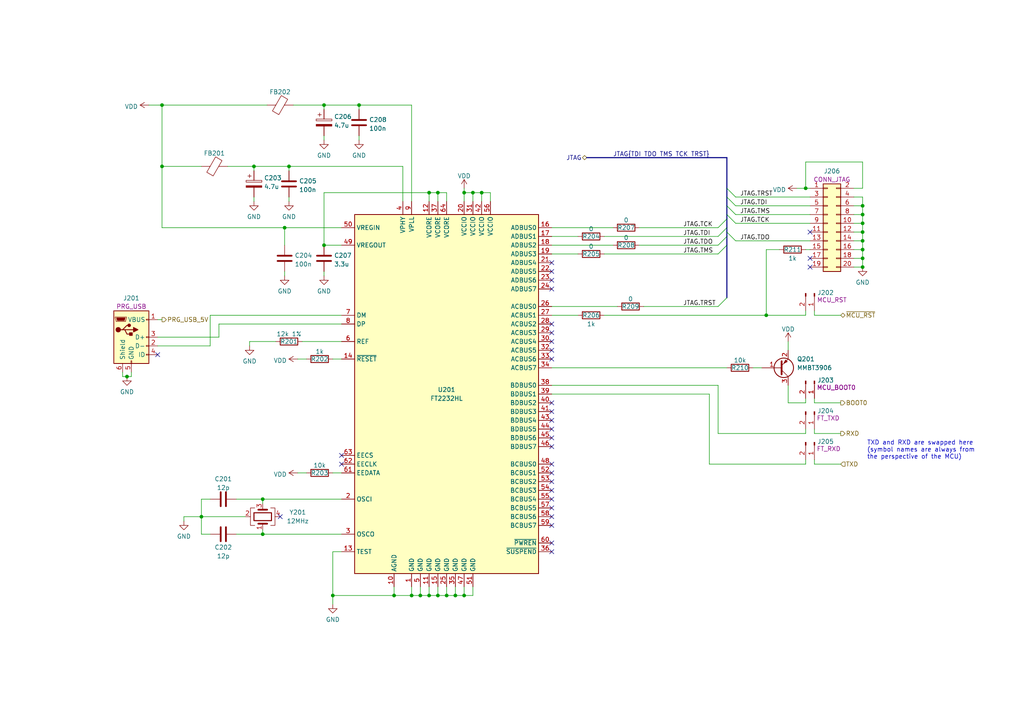
<source format=kicad_sch>
(kicad_sch (version 20211123) (generator eeschema)
  (paper "A4")
  (title_block (title "MARCO RAM Board") (rev "1") (comment 9 "Programming Interface"))
  (lib_symbols
    (symbol "Connector:Conn_01x02_Male" (pin_names (offset 1.016) hide)
      (property "Reference" "J" (at 0 2.54 0))
      (property "Value" "Conn_01x02_Male" (at 0 -5.08 0))
      (symbol "Conn_01x02_Male_1_1"
        (polyline (pts (xy 1.27 -2.54) (xy 0.8636 -2.54)) (stroke (width 0.1524)))
        (polyline (pts (xy 1.27 0) (xy 0.8636 0)) (stroke (width 0.1524)))
        (rectangle (start 0.8636 -2.413) (end 0 -2.667) (stroke (width 0.1524)) (fill (type outline)))
        (rectangle (start 0.8636 0.127) (end 0 -0.127) (stroke (width 0.1524)) (fill (type outline)))
        (pin passive line (at 5.08 0 180) (length 3.81) (name "Pin_1") (number "1"))
        (pin passive line (at 5.08 -2.54 180) (length 3.81) (name "Pin_2") (number "2"))
      )
    )
    (symbol "Connector:USB_B_Micro" (pin_names (offset 1.016))
      (property "Reference" "J" (at -5.08 11.43 0))
      (property "Value" "USB_B_Micro" (at -5.08 8.89 0))
      (symbol "USB_B_Micro_0_1"
        (rectangle (start -5.08 -7.62) (end 5.08 7.62) (stroke (width 0.254)) (fill (type background)))
        (circle (center -3.81 2.159) (radius 0.635) (stroke (width 0.254)) (fill (type outline)))
        (circle (center -0.635 3.429) (radius 0.381) (stroke (width 0.254)) (fill (type outline)))
        (rectangle (start -0.127 -7.62) (end 0.127 -6.858))
        (polyline (pts (xy -1.905 2.159) (xy 0.635 2.159)) (stroke (width 0.254)))
        (polyline (pts (xy -3.175 2.159) (xy -2.54 2.159) (xy -1.27 3.429) (xy -0.635 3.429)) (stroke (width 0.254)))
        (polyline (pts (xy -2.54 2.159) (xy -1.905 2.159) (xy -1.27 0.889) (xy 0 0.889)) (stroke (width 0.254)))
        (polyline (pts (xy 0.635 2.794) (xy 0.635 1.524) (xy 1.905 2.159) (xy 0.635 2.794)) (stroke (width 0.254)) (fill (type outline)))
        (polyline (pts (xy -4.318 5.588) (xy -1.778 5.588) (xy -2.032 4.826) (xy -4.064 4.826) (xy -4.318 5.588)) (fill (type outline)))
        (polyline (pts (xy -4.699 5.842) (xy -4.699 5.588) (xy -4.445 4.826) (xy -4.445 4.572) (xy -1.651 4.572) (xy -1.651 4.826) (xy -1.397 5.588) (xy -1.397 5.842) (xy -4.699 5.842)))
        (rectangle (start 0.254 1.27) (end -0.508 0.508) (stroke (width 0.254)) (fill (type outline)))
        (rectangle (start 5.08 -5.207) (end 4.318 -4.953))
        (rectangle (start 5.08 -2.667) (end 4.318 -2.413))
        (rectangle (start 5.08 -0.127) (end 4.318 0.127))
        (rectangle (start 5.08 4.953) (end 4.318 5.207))
      )
      (symbol "USB_B_Micro_1_1"
        (pin power_out line (at 7.62 5.08 180) (length 2.54) (name "VBUS") (number "1"))
        (pin bidirectional line (at 7.62 -2.54 180) (length 2.54) (name "D-") (number "2"))
        (pin bidirectional line (at 7.62 0 180) (length 2.54) (name "D+") (number "3"))
        (pin passive line (at 7.62 -5.08 180) (length 2.54) (name "ID") (number "4"))
        (pin power_out line (at 0 -10.16 90) (length 2.54) (name "GND") (number "5"))
        (pin passive line (at -2.54 -10.16 90) (length 2.54) (name "Shield") (number "6"))
      )
    )
    (symbol "Connector_Generic:Conn_02x10_Odd_Even" (pin_names (offset 1.016) hide)
      (property "Reference" "J" (at 1.27 12.7 0))
      (property "Value" "Conn_02x10_Odd_Even" (at 1.27 -15.24 0))
      (symbol "Conn_02x10_Odd_Even_1_1"
        (rectangle (start -1.27 -12.573) (end 0 -12.827) (stroke (width 0.1524)))
        (rectangle (start -1.27 -10.033) (end 0 -10.287) (stroke (width 0.1524)))
        (rectangle (start -1.27 -7.493) (end 0 -7.747) (stroke (width 0.1524)))
        (rectangle (start -1.27 -4.953) (end 0 -5.207) (stroke (width 0.1524)))
        (rectangle (start -1.27 -2.413) (end 0 -2.667) (stroke (width 0.1524)))
        (rectangle (start -1.27 0.127) (end 0 -0.127) (stroke (width 0.1524)))
        (rectangle (start -1.27 2.667) (end 0 2.413) (stroke (width 0.1524)))
        (rectangle (start -1.27 5.207) (end 0 4.953) (stroke (width 0.1524)))
        (rectangle (start -1.27 7.747) (end 0 7.493) (stroke (width 0.1524)))
        (rectangle (start -1.27 10.287) (end 0 10.033) (stroke (width 0.1524)))
        (rectangle (start -1.27 11.43) (end 3.81 -13.97) (stroke (width 0.254)) (fill (type background)))
        (rectangle (start 3.81 -12.573) (end 2.54 -12.827) (stroke (width 0.1524)))
        (rectangle (start 3.81 -10.033) (end 2.54 -10.287) (stroke (width 0.1524)))
        (rectangle (start 3.81 -7.493) (end 2.54 -7.747) (stroke (width 0.1524)))
        (rectangle (start 3.81 -4.953) (end 2.54 -5.207) (stroke (width 0.1524)))
        (rectangle (start 3.81 -2.413) (end 2.54 -2.667) (stroke (width 0.1524)))
        (rectangle (start 3.81 0.127) (end 2.54 -0.127) (stroke (width 0.1524)))
        (rectangle (start 3.81 2.667) (end 2.54 2.413) (stroke (width 0.1524)))
        (rectangle (start 3.81 5.207) (end 2.54 4.953) (stroke (width 0.1524)))
        (rectangle (start 3.81 7.747) (end 2.54 7.493) (stroke (width 0.1524)))
        (rectangle (start 3.81 10.287) (end 2.54 10.033) (stroke (width 0.1524)))
        (pin passive line (at -5.08 10.16 0) (length 3.81) (name "Pin_1") (number "1"))
        (pin passive line (at 7.62 0 180) (length 3.81) (name "Pin_10") (number "10"))
        (pin passive line (at -5.08 -2.54 0) (length 3.81) (name "Pin_11") (number "11"))
        (pin passive line (at 7.62 -2.54 180) (length 3.81) (name "Pin_12") (number "12"))
        (pin passive line (at -5.08 -5.08 0) (length 3.81) (name "Pin_13") (number "13"))
        (pin passive line (at 7.62 -5.08 180) (length 3.81) (name "Pin_14") (number "14"))
        (pin passive line (at -5.08 -7.62 0) (length 3.81) (name "Pin_15") (number "15"))
        (pin passive line (at 7.62 -7.62 180) (length 3.81) (name "Pin_16") (number "16"))
        (pin passive line (at -5.08 -10.16 0) (length 3.81) (name "Pin_17") (number "17"))
        (pin passive line (at 7.62 -10.16 180) (length 3.81) (name "Pin_18") (number "18"))
        (pin passive line (at -5.08 -12.7 0) (length 3.81) (name "Pin_19") (number "19"))
        (pin passive line (at 7.62 10.16 180) (length 3.81) (name "Pin_2") (number "2"))
        (pin passive line (at 7.62 -12.7 180) (length 3.81) (name "Pin_20") (number "20"))
        (pin passive line (at -5.08 7.62 0) (length 3.81) (name "Pin_3") (number "3"))
        (pin passive line (at 7.62 7.62 180) (length 3.81) (name "Pin_4") (number "4"))
        (pin passive line (at -5.08 5.08 0) (length 3.81) (name "Pin_5") (number "5"))
        (pin passive line (at 7.62 5.08 180) (length 3.81) (name "Pin_6") (number "6"))
        (pin passive line (at -5.08 2.54 0) (length 3.81) (name "Pin_7") (number "7"))
        (pin passive line (at 7.62 2.54 180) (length 3.81) (name "Pin_8") (number "8"))
        (pin passive line (at -5.08 0 0) (length 3.81) (name "Pin_9") (number "9"))
      )
    )
    (symbol "Device:C" (pin_numbers hide) (pin_names (offset 0.254))
      (property "Reference" "C" (at 0.635 2.54 0))
      (property "Value" "C" (at 0.635 -2.54 0))
      (symbol "C_0_1"
        (polyline (pts (xy -2.032 -0.762) (xy 2.032 -0.762)) (stroke (width 0.508)))
        (polyline (pts (xy -2.032 0.762) (xy 2.032 0.762)) (stroke (width 0.508)))
      )
      (symbol "C_1_1"
        (pin passive line (at 0 3.81 270) (length 2.794) (name "~") (number "1"))
        (pin passive line (at 0 -3.81 90) (length 2.794) (name "~") (number "2"))
      )
    )
    (symbol "Device:C_Polarized" (pin_numbers hide) (pin_names (offset 0.254))
      (property "Reference" "C" (at 0.635 2.54 0))
      (property "Value" "C_Polarized" (at 0.635 -2.54 0))
      (symbol "C_Polarized_0_1"
        (rectangle (start -2.286 0.508) (end 2.286 1.016))
        (polyline (pts (xy -1.778 2.286) (xy -0.762 2.286)))
        (polyline (pts (xy -1.27 2.794) (xy -1.27 1.778)))
        (rectangle (start 2.286 -0.508) (end -2.286 -1.016) (fill (type outline)))
      )
      (symbol "C_Polarized_1_1"
        (pin passive line (at 0 3.81 270) (length 2.794) (name "~") (number "1"))
        (pin passive line (at 0 -3.81 90) (length 2.794) (name "~") (number "2"))
      )
    )
    (symbol "Device:Crystal_GND24" (pin_names (offset 1.016) hide)
      (property "Reference" "Y" (at 3.175 5.08 0))
      (property "Value" "Crystal_GND24" (at 3.175 3.175 0))
      (symbol "Crystal_GND24_0_1"
        (rectangle (start -1.143 2.54) (end 1.143 -2.54) (stroke (width 0.3048)))
        (polyline (pts (xy -2.54 0) (xy -2.032 0)))
        (polyline (pts (xy -2.032 -1.27) (xy -2.032 1.27)) (stroke (width 0.508)))
        (polyline (pts (xy 0 -3.81) (xy 0 -3.556)))
        (polyline (pts (xy 0 3.556) (xy 0 3.81)))
        (polyline (pts (xy 2.032 -1.27) (xy 2.032 1.27)) (stroke (width 0.508)))
        (polyline (pts (xy 2.032 0) (xy 2.54 0)))
        (polyline (pts (xy -2.54 -2.286) (xy -2.54 -3.556) (xy 2.54 -3.556) (xy 2.54 -2.286)))
        (polyline (pts (xy -2.54 2.286) (xy -2.54 3.556) (xy 2.54 3.556) (xy 2.54 2.286)))
      )
      (symbol "Crystal_GND24_1_1"
        (pin passive line (at -3.81 0 0) (length 1.27) (name "1") (number "1"))
        (pin passive line (at 0 5.08 270) (length 1.27) (name "2") (number "2"))
        (pin passive line (at 3.81 0 180) (length 1.27) (name "3") (number "3"))
        (pin passive line (at 0 -5.08 90) (length 1.27) (name "4") (number "4"))
      )
    )
    (symbol "Device:FerriteBead" (pin_numbers hide) (pin_names (offset 0))
      (property "Reference" "FB" (at -3.81 0.635 90))
      (property "Value" "FerriteBead" (at 3.81 0 90))
      (symbol "FerriteBead_0_1"
        (polyline (pts (xy 0 -1.27) (xy 0 -1.2192)))
        (polyline (pts (xy 0 1.27) (xy 0 1.2954)))
        (polyline (pts (xy -2.7686 0.4064) (xy -1.7018 2.2606) (xy 2.7686 -0.3048) (xy 1.6764 -2.159) (xy -2.7686 0.4064)))
      )
      (symbol "FerriteBead_1_1"
        (pin passive line (at 0 3.81 270) (length 2.54) (name "~") (number "1"))
        (pin passive line (at 0 -3.81 90) (length 2.54) (name "~") (number "2"))
      )
    )
    (symbol "Device:R" (pin_numbers hide) (pin_names (offset 0))
      (property "Reference" "R" (at 2.032 0 90))
      (property "Value" "R" (at 0 0 90))
      (symbol "R_0_1"
        (rectangle (start -1.016 -2.54) (end 1.016 2.54) (stroke (width 0.254)))
      )
      (symbol "R_1_1"
        (pin passive line (at 0 3.81 270) (length 1.27) (name "~") (number "1"))
        (pin passive line (at 0 -3.81 90) (length 1.27) (name "~") (number "2"))
      )
    )
    (symbol "Interface_USB:FT2232HL"
      (property "Reference" "U" (at -26.67 53.34 0))
      (property "Value" "FT2232HL" (at 19.05 53.34 0))
      (symbol "FT2232HL_0_1"
        (rectangle (start -26.67 -52.07) (end 26.67 52.07) (stroke (width 0.254)) (fill (type background)))
      )
      (symbol "FT2232HL_1_1"
        (pin power_in line (at -10.16 -55.88 90) (length 3.81) (name "GND") (number "1"))
        (pin power_in line (at -15.24 -55.88 90) (length 3.81) (name "AGND") (number "10"))
        (pin power_in line (at -5.08 -55.88 90) (length 3.81) (name "GND") (number "11"))
        (pin power_in line (at -5.08 55.88 270) (length 3.81) (name "VCORE") (number "12"))
        (pin input line (at -30.48 -45.72 0) (length 3.81) (name "TEST") (number "13"))
        (pin input line (at -30.48 10.16 0) (length 3.81) (name "~{RESET}") (number "14"))
        (pin power_in line (at -2.54 -55.88 90) (length 3.81) (name "GND") (number "15"))
        (pin bidirectional line (at 30.48 48.26 180) (length 3.81) (name "ADBUS0") (number "16"))
        (pin bidirectional line (at 30.48 45.72 180) (length 3.81) (name "ADBUS1") (number "17"))
        (pin bidirectional line (at 30.48 43.18 180) (length 3.81) (name "ADBUS2") (number "18"))
        (pin bidirectional line (at 30.48 40.64 180) (length 3.81) (name "ADBUS3") (number "19"))
        (pin input line (at -30.48 -30.48 0) (length 3.81) (name "OSCI") (number "2"))
        (pin power_in line (at 5.08 55.88 270) (length 3.81) (name "VCCIO") (number "20"))
        (pin bidirectional line (at 30.48 38.1 180) (length 3.81) (name "ADBUS4") (number "21"))
        (pin bidirectional line (at 30.48 35.56 180) (length 3.81) (name "ADBUS5") (number "22"))
        (pin bidirectional line (at 30.48 33.02 180) (length 3.81) (name "ADBUS6") (number "23"))
        (pin bidirectional line (at 30.48 30.48 180) (length 3.81) (name "ADBUS7") (number "24"))
        (pin power_in line (at 0 -55.88 90) (length 3.81) (name "GND") (number "25"))
        (pin bidirectional line (at 30.48 25.4 180) (length 3.81) (name "ACBUS0") (number "26"))
        (pin bidirectional line (at 30.48 22.86 180) (length 3.81) (name "ACBUS1") (number "27"))
        (pin bidirectional line (at 30.48 20.32 180) (length 3.81) (name "ACBUS2") (number "28"))
        (pin bidirectional line (at 30.48 17.78 180) (length 3.81) (name "ACBUS3") (number "29"))
        (pin output line (at -30.48 -40.64 0) (length 3.81) (name "OSCO") (number "3"))
        (pin bidirectional line (at 30.48 15.24 180) (length 3.81) (name "ACBUS4") (number "30"))
        (pin power_in line (at 7.62 55.88 270) (length 3.81) (name "VCCIO") (number "31"))
        (pin bidirectional line (at 30.48 12.7 180) (length 3.81) (name "ACBUS5") (number "32"))
        (pin bidirectional line (at 30.48 10.16 180) (length 3.81) (name "ACBUS6") (number "33"))
        (pin bidirectional line (at 30.48 7.62 180) (length 3.81) (name "ACBUS7") (number "34"))
        (pin power_in line (at 2.54 -55.88 90) (length 3.81) (name "GND") (number "35"))
        (pin output line (at 30.48 -45.72 180) (length 3.81) (name "~{SUSPEND}") (number "36"))
        (pin power_in line (at -2.54 55.88 270) (length 3.81) (name "VCORE") (number "37"))
        (pin bidirectional line (at 30.48 2.54 180) (length 3.81) (name "BDBUS0") (number "38"))
        (pin bidirectional line (at 30.48 0 180) (length 3.81) (name "BDBUS1") (number "39"))
        (pin power_in line (at -12.7 55.88 270) (length 3.81) (name "VPHY") (number "4"))
        (pin bidirectional line (at 30.48 -2.54 180) (length 3.81) (name "BDBUS2") (number "40"))
        (pin bidirectional line (at 30.48 -5.08 180) (length 3.81) (name "BDBUS3") (number "41"))
        (pin power_in line (at 10.16 55.88 270) (length 3.81) (name "VCCIO") (number "42"))
        (pin bidirectional line (at 30.48 -7.62 180) (length 3.81) (name "BDBUS4") (number "43"))
        (pin bidirectional line (at 30.48 -10.16 180) (length 3.81) (name "BDBUS5") (number "44"))
        (pin bidirectional line (at 30.48 -12.7 180) (length 3.81) (name "BDBUS6") (number "45"))
        (pin bidirectional line (at 30.48 -15.24 180) (length 3.81) (name "BDBUS7") (number "46"))
        (pin power_in line (at 5.08 -55.88 90) (length 3.81) (name "GND") (number "47"))
        (pin bidirectional line (at 30.48 -20.32 180) (length 3.81) (name "BCBUS0") (number "48"))
        (pin power_out line (at -30.48 43.18 0) (length 3.81) (name "VREGOUT") (number "49"))
        (pin power_in line (at -7.62 -55.88 90) (length 3.81) (name "GND") (number "5"))
        (pin power_in line (at -30.48 48.26 0) (length 3.81) (name "VREGIN") (number "50"))
        (pin power_in line (at 7.62 -55.88 90) (length 3.81) (name "GND") (number "51"))
        (pin bidirectional line (at 30.48 -22.86 180) (length 3.81) (name "BCBUS1") (number "52"))
        (pin bidirectional line (at 30.48 -25.4 180) (length 3.81) (name "BCBUS2") (number "53"))
        (pin bidirectional line (at 30.48 -27.94 180) (length 3.81) (name "BCBUS3") (number "54"))
        (pin bidirectional line (at 30.48 -30.48 180) (length 3.81) (name "BCBUS4") (number "55"))
        (pin power_in line (at 12.7 55.88 270) (length 3.81) (name "VCCIO") (number "56"))
        (pin bidirectional line (at 30.48 -33.02 180) (length 3.81) (name "BCBUS5") (number "57"))
        (pin bidirectional line (at 30.48 -35.56 180) (length 3.81) (name "BCBUS6") (number "58"))
        (pin bidirectional line (at 30.48 -38.1 180) (length 3.81) (name "BCBUS7") (number "59"))
        (pin output line (at -30.48 15.24 0) (length 3.81) (name "REF") (number "6"))
        (pin output line (at 30.48 -43.18 180) (length 3.81) (name "~{PWREN}") (number "60"))
        (pin bidirectional line (at -30.48 -22.86 0) (length 3.81) (name "EEDATA") (number "61"))
        (pin output line (at -30.48 -20.32 0) (length 3.81) (name "EECLK") (number "62"))
        (pin output line (at -30.48 -17.78 0) (length 3.81) (name "EECS") (number "63"))
        (pin power_in line (at 0 55.88 270) (length 3.81) (name "VCORE") (number "64"))
        (pin bidirectional line (at -30.48 22.86 0) (length 3.81) (name "DM") (number "7"))
        (pin bidirectional line (at -30.48 20.32 0) (length 3.81) (name "DP") (number "8"))
        (pin input line (at -10.16 55.88 270) (length 3.81) (name "VPLL") (number "9"))
      )
    )
    (symbol "Transistor_BJT:MMBT3906" (pin_names (offset 0) hide)
      (property "Reference" "Q" (at 5.08 1.905 0))
      (property "Value" "MMBT3906" (at 5.08 0 0))
      (symbol "MMBT3906_0_1"
        (polyline (pts (xy 0.635 0.635) (xy 2.54 2.54)))
        (polyline (pts (xy 0.635 -0.635) (xy 2.54 -2.54) (xy 2.54 -2.54)))
        (polyline (pts (xy 0.635 1.905) (xy 0.635 -1.905) (xy 0.635 -1.905)) (stroke (width 0.508)))
        (polyline (pts (xy 2.286 -1.778) (xy 1.778 -2.286) (xy 1.27 -1.27) (xy 2.286 -1.778) (xy 2.286 -1.778)) (fill (type outline)))
        (circle (center 1.27 0) (radius 2.8194) (stroke (width 0.254)))
      )
      (symbol "MMBT3906_1_1"
        (pin input line (at -5.08 0 0) (length 5.715) (name "B") (number "1"))
        (pin passive line (at 2.54 -5.08 90) (length 2.54) (name "E") (number "2"))
        (pin passive line (at 2.54 5.08 270) (length 2.54) (name "C") (number "3"))
      )
    )
    (symbol "power:GND" (power) (pin_names (offset 0))
      (property "Value" "GND" (at 0 -3.81 0))
      (symbol "GND_0_1"
        (polyline (pts (xy 0 0) (xy 0 -1.27) (xy 1.27 -1.27) (xy 0 -2.54) (xy -1.27 -1.27) (xy 0 -1.27)))
      )
      (symbol "GND_1_1"
        (pin power_in line (at 0 0 270) (length 0) hide (name "GND") (number "1"))
      )
    )
    (symbol "power:VDD" (power) (pin_names (offset 0))
      (property "Value" "VDD" (at 0 3.81 0))
      (symbol "VDD_0_1"
        (polyline (pts (xy -0.762 1.27) (xy 0 2.54)))
        (polyline (pts (xy 0 0) (xy 0 2.54)))
        (polyline (pts (xy 0 2.54) (xy 0.762 1.27)))
      )
      (symbol "VDD_1_1"
        (pin power_in line (at 0 0 90) (length 0) hide (name "VDD") (number "1"))
      )
    )
  )
  (junction (at 250.19 59.69))
  (junction (at 250.19 67.31))
  (junction (at 73.66 48.26))
  (junction (at 250.19 64.77))
  (junction (at 233.68 54.61))
  (junction (at 82.55 66.04))
  (junction (at 121.92 172.72))
  (junction (at 134.62 172.72))
  (junction (at 127 172.72))
  (junction (at 250.19 77.47))
  (junction (at 250.19 74.93))
  (junction (at 83.82 48.26))
  (junction (at 96.52 172.72))
  (junction (at 250.19 69.85))
  (junction (at 139.7 55.88))
  (junction (at 46.99 48.26))
  (junction (at 137.16 55.88))
  (junction (at 124.46 55.88))
  (junction (at 76.2 144.78))
  (junction (at 58.42 149.86))
  (junction (at 127 55.88))
  (junction (at 93.98 30.48))
  (junction (at 134.62 55.88))
  (junction (at 132.08 172.72))
  (junction (at 104.14 30.48))
  (junction (at 114.3 172.72))
  (junction (at 93.98 71.12))
  (junction (at 250.19 72.39))
  (junction (at 76.2 154.94))
  (junction (at 119.38 172.72))
  (junction (at 250.19 62.23))
  (junction (at 46.99 30.48))
  (junction (at 36.83 109.22))
  (junction (at 129.54 172.72))
  (junction (at 124.46 172.72))
  (junction (at 222.25 91.44))
  (no_connect (at 99.06 134.62))
  (no_connect (at 160.02 142.24))
  (no_connect (at 160.02 149.86))
  (no_connect (at 160.02 81.28))
  (no_connect (at 160.02 101.6))
  (no_connect (at 160.02 121.92))
  (no_connect (at 160.02 93.98))
  (no_connect (at 160.02 137.16))
  (no_connect (at 234.95 77.47))
  (no_connect (at 160.02 78.74))
  (no_connect (at 99.06 132.08))
  (no_connect (at 160.02 144.78))
  (no_connect (at 160.02 83.82))
  (no_connect (at 160.02 76.2))
  (no_connect (at 160.02 127))
  (no_connect (at 160.02 104.14))
  (no_connect (at 160.02 116.84))
  (no_connect (at 160.02 96.52))
  (no_connect (at 160.02 139.7))
  (no_connect (at 160.02 152.4))
  (no_connect (at 160.02 147.32))
  (no_connect (at 160.02 160.02))
  (no_connect (at 160.02 157.48))
  (no_connect (at 160.02 134.62))
  (no_connect (at 160.02 124.46))
  (no_connect (at 81.28 149.86))
  (no_connect (at 234.95 67.31))
  (no_connect (at 160.02 99.06))
  (no_connect (at 160.02 119.38))
  (no_connect (at 45.72 102.87))
  (no_connect (at 160.02 129.54))
  (no_connect (at 234.95 74.93))
  (bus_entry (at 210.82 67.31) (size 2.54 2.54))
  (bus_entry (at 210.82 57.15) (size 2.54 2.54))
  (bus_entry (at 210.82 62.23) (size 2.54 2.54))
  (bus_entry (at 210.82 54.61) (size 2.54 2.54))
  (bus_entry (at 210.82 71.12) (size -2.54 2.54))
  (bus_entry (at 210.82 68.58) (size -2.54 2.54))
  (bus_entry (at 210.82 86.36) (size -2.54 2.54))
  (bus_entry (at 210.82 63.5) (size -2.54 2.54))
  (bus_entry (at 210.82 66.04) (size -2.54 2.54))
  (bus_entry (at 210.82 59.69) (size 2.54 2.54))
  (wire (pts (xy 185.42 71.12) (xy 208.28 71.12)))
  (wire (pts (xy 213.36 57.15) (xy 234.95 57.15)))
  (wire (pts (xy 129.54 170.18) (xy 129.54 172.72)))
  (wire (pts (xy 213.36 59.69) (xy 234.95 59.69)))
  (wire (pts (xy 93.98 71.12) (xy 99.06 71.12)))
  (wire (pts (xy 76.2 154.94) (xy 76.2 153.67)))
  (wire (pts (xy 35.56 107.95) (xy 35.56 109.22)))
  (wire (pts (xy 132.08 172.72) (xy 134.62 172.72)))
  (wire (pts (xy 236.22 124.46) (xy 236.22 125.73)))
  (wire (pts (xy 124.46 172.72) (xy 127 172.72)))
  (wire (pts (xy 58.42 144.78) (xy 58.42 149.86)))
  (wire (pts (xy 83.82 49.53) (xy 83.82 48.26)))
  (wire (pts (xy 119.38 170.18) (xy 119.38 172.72)))
  (wire (pts (xy 205.74 114.3) (xy 205.74 134.62)))
  (wire (pts (xy 160.02 111.76) (xy 208.28 111.76)))
  (wire (pts (xy 236.22 133.35) (xy 236.22 134.62)))
  (wire (pts (xy 222.25 72.39) (xy 226.06 72.39)))
  (wire (pts (xy 58.42 154.94) (xy 60.96 154.94)))
  (wire (pts (xy 121.92 172.72) (xy 124.46 172.72)))
  (wire (pts (xy 104.14 30.48) (xy 119.38 30.48)))
  (wire (pts (xy 233.68 134.62) (xy 233.68 133.35)))
  (wire (pts (xy 185.42 66.04) (xy 208.28 66.04)))
  (wire (pts (xy 160.02 114.3) (xy 205.74 114.3)))
  (wire (pts (xy 36.83 109.22) (xy 38.1 109.22)))
  (wire (pts (xy 160.02 88.9) (xy 179.07 88.9)))
  (wire (pts (xy 213.36 64.77) (xy 234.95 64.77)))
  (wire (pts (xy 45.72 97.79) (xy 63.5 97.79)))
  (wire (pts (xy 233.68 125.73) (xy 233.68 124.46)))
  (wire (pts (xy 134.62 172.72) (xy 137.16 172.72)))
  (wire (pts (xy 236.22 90.17) (xy 236.22 91.44)))
  (wire (pts (xy 250.19 62.23) (xy 250.19 64.77)))
  (wire (pts (xy 228.6 111.76) (xy 228.6 116.84)))
  (wire (pts (xy 213.36 69.85) (xy 234.95 69.85)))
  (wire (pts (xy 96.52 137.16) (xy 99.06 137.16)))
  (wire (pts (xy 96.52 104.14) (xy 99.06 104.14)))
  (wire (pts (xy 127 55.88) (xy 127 58.42)))
  (wire (pts (xy 236.22 125.73) (xy 243.84 125.73)))
  (wire (pts (xy 247.65 67.31) (xy 250.19 67.31)))
  (wire (pts (xy 127 55.88) (xy 124.46 55.88)))
  (wire (pts (xy 93.98 55.88) (xy 93.98 71.12)))
  (wire (pts (xy 208.28 125.73) (xy 233.68 125.73)))
  (wire (pts (xy 85.09 30.48) (xy 93.98 30.48)))
  (wire (pts (xy 43.18 30.48) (xy 46.99 30.48)))
  (wire (pts (xy 160.02 106.68) (xy 210.82 106.68)))
  (wire (pts (xy 247.65 77.47) (xy 250.19 77.47)))
  (wire (pts (xy 160.02 66.04) (xy 177.8 66.04)))
  (wire (pts (xy 247.65 57.15) (xy 250.19 57.15)))
  (wire (pts (xy 160.02 73.66) (xy 167.64 73.66)))
  (wire (pts (xy 233.68 72.39) (xy 234.95 72.39)))
  (wire (pts (xy 233.68 46.99) (xy 250.19 46.99)))
  (wire (pts (xy 233.68 54.61) (xy 234.95 54.61)))
  (wire (pts (xy 139.7 55.88) (xy 137.16 55.88)))
  (wire (pts (xy 93.98 30.48) (xy 104.14 30.48)))
  (wire (pts (xy 124.46 55.88) (xy 124.46 58.42)))
  (bus (pts (xy 210.82 66.04) (xy 210.82 67.31)))
  (wire (pts (xy 82.55 66.04) (xy 99.06 66.04)))
  (wire (pts (xy 96.52 172.72) (xy 96.52 160.02)))
  (bus (pts (xy 210.82 54.61) (xy 210.82 57.15)))
  (wire (pts (xy 58.42 149.86) (xy 53.34 149.86)))
  (wire (pts (xy 160.02 91.44) (xy 167.64 91.44)))
  (wire (pts (xy 247.65 69.85) (xy 250.19 69.85)))
  (wire (pts (xy 93.98 40.64) (xy 93.98 39.37)))
  (wire (pts (xy 236.22 134.62) (xy 243.84 134.62)))
  (wire (pts (xy 218.44 106.68) (xy 220.98 106.68)))
  (wire (pts (xy 124.46 55.88) (xy 93.98 55.88)))
  (wire (pts (xy 116.84 58.42) (xy 116.84 48.26)))
  (wire (pts (xy 46.99 30.48) (xy 77.47 30.48)))
  (wire (pts (xy 250.19 64.77) (xy 250.19 67.31)))
  (wire (pts (xy 250.19 67.31) (xy 250.19 69.85)))
  (wire (pts (xy 82.55 66.04) (xy 46.99 66.04)))
  (wire (pts (xy 121.92 170.18) (xy 121.92 172.72)))
  (wire (pts (xy 222.25 91.44) (xy 233.68 91.44)))
  (wire (pts (xy 134.62 54.61) (xy 134.62 55.88)))
  (wire (pts (xy 46.99 30.48) (xy 46.99 48.26)))
  (wire (pts (xy 99.06 144.78) (xy 76.2 144.78)))
  (wire (pts (xy 58.42 149.86) (xy 58.42 154.94)))
  (bus (pts (xy 210.82 71.12) (xy 210.82 86.36)))
  (wire (pts (xy 250.19 46.99) (xy 250.19 54.61)))
  (wire (pts (xy 132.08 170.18) (xy 132.08 172.72)))
  (wire (pts (xy 60.96 144.78) (xy 58.42 144.78)))
  (wire (pts (xy 208.28 111.76) (xy 208.28 125.73)))
  (wire (pts (xy 205.74 134.62) (xy 233.68 134.62)))
  (wire (pts (xy 213.36 62.23) (xy 234.95 62.23)))
  (wire (pts (xy 86.36 137.16) (xy 88.9 137.16)))
  (wire (pts (xy 99.06 154.94) (xy 76.2 154.94)))
  (wire (pts (xy 93.98 80.01) (xy 93.98 78.74)))
  (wire (pts (xy 250.19 59.69) (xy 250.19 62.23)))
  (wire (pts (xy 129.54 172.72) (xy 132.08 172.72)))
  (wire (pts (xy 96.52 172.72) (xy 114.3 172.72)))
  (wire (pts (xy 66.04 48.26) (xy 73.66 48.26)))
  (wire (pts (xy 80.01 99.06) (xy 72.39 99.06)))
  (bus (pts (xy 210.82 67.31) (xy 210.82 68.58)))
  (wire (pts (xy 93.98 31.75) (xy 93.98 30.48)))
  (wire (pts (xy 114.3 170.18) (xy 114.3 172.72)))
  (wire (pts (xy 45.72 92.71) (xy 46.99 92.71)))
  (wire (pts (xy 63.5 97.79) (xy 63.5 93.98)))
  (wire (pts (xy 247.65 72.39) (xy 250.19 72.39)))
  (wire (pts (xy 46.99 48.26) (xy 58.42 48.26)))
  (bus (pts (xy 170.18 45.72) (xy 210.82 45.72)))
  (wire (pts (xy 35.56 109.22) (xy 36.83 109.22)))
  (wire (pts (xy 68.58 154.94) (xy 76.2 154.94)))
  (wire (pts (xy 73.66 58.42) (xy 73.66 57.15)))
  (wire (pts (xy 142.24 58.42) (xy 142.24 55.88)))
  (wire (pts (xy 250.19 72.39) (xy 250.19 74.93)))
  (wire (pts (xy 250.19 57.15) (xy 250.19 59.69)))
  (wire (pts (xy 137.16 55.88) (xy 137.16 58.42)))
  (wire (pts (xy 45.72 100.33) (xy 60.96 100.33)))
  (wire (pts (xy 60.96 100.33) (xy 60.96 91.44)))
  (wire (pts (xy 134.62 55.88) (xy 134.62 58.42)))
  (wire (pts (xy 96.52 160.02) (xy 99.06 160.02)))
  (wire (pts (xy 137.16 170.18) (xy 137.16 172.72)))
  (wire (pts (xy 233.68 116.84) (xy 228.6 116.84)))
  (wire (pts (xy 160.02 71.12) (xy 177.8 71.12)))
  (wire (pts (xy 222.25 72.39) (xy 222.25 91.44)))
  (wire (pts (xy 247.65 64.77) (xy 250.19 64.77)))
  (bus (pts (xy 210.82 62.23) (xy 210.82 63.5)))
  (wire (pts (xy 129.54 58.42) (xy 129.54 55.88)))
  (wire (pts (xy 76.2 144.78) (xy 76.2 146.05)))
  (wire (pts (xy 83.82 58.42) (xy 83.82 57.15)))
  (wire (pts (xy 228.6 99.06) (xy 228.6 101.6)))
  (wire (pts (xy 175.26 68.58) (xy 208.28 68.58)))
  (wire (pts (xy 175.26 91.44) (xy 222.25 91.44)))
  (wire (pts (xy 87.63 99.06) (xy 99.06 99.06)))
  (wire (pts (xy 46.99 48.26) (xy 46.99 66.04)))
  (wire (pts (xy 236.22 115.57) (xy 236.22 116.84)))
  (wire (pts (xy 96.52 175.26) (xy 96.52 172.72)))
  (bus (pts (xy 210.82 59.69) (xy 210.82 62.23)))
  (wire (pts (xy 236.22 116.84) (xy 243.84 116.84)))
  (wire (pts (xy 127 172.72) (xy 129.54 172.72)))
  (wire (pts (xy 129.54 55.88) (xy 127 55.88)))
  (wire (pts (xy 104.14 40.64) (xy 104.14 39.37)))
  (wire (pts (xy 139.7 55.88) (xy 142.24 55.88)))
  (wire (pts (xy 247.65 62.23) (xy 250.19 62.23)))
  (wire (pts (xy 247.65 74.93) (xy 250.19 74.93)))
  (wire (pts (xy 73.66 49.53) (xy 73.66 48.26)))
  (wire (pts (xy 250.19 54.61) (xy 247.65 54.61)))
  (bus (pts (xy 210.82 57.15) (xy 210.82 59.69)))
  (wire (pts (xy 250.19 74.93) (xy 250.19 77.47)))
  (wire (pts (xy 134.62 55.88) (xy 137.16 55.88)))
  (wire (pts (xy 53.34 149.86) (xy 53.34 151.13)))
  (wire (pts (xy 104.14 31.75) (xy 104.14 30.48)))
  (wire (pts (xy 175.26 73.66) (xy 208.28 73.66)))
  (wire (pts (xy 233.68 54.61) (xy 233.68 46.99)))
  (wire (pts (xy 160.02 68.58) (xy 167.64 68.58)))
  (wire (pts (xy 124.46 170.18) (xy 124.46 172.72)))
  (wire (pts (xy 119.38 172.72) (xy 121.92 172.72)))
  (wire (pts (xy 114.3 172.72) (xy 119.38 172.72)))
  (wire (pts (xy 127 170.18) (xy 127 172.72)))
  (wire (pts (xy 73.66 48.26) (xy 83.82 48.26)))
  (wire (pts (xy 250.19 69.85) (xy 250.19 72.39)))
  (wire (pts (xy 247.65 59.69) (xy 250.19 59.69)))
  (wire (pts (xy 72.39 99.06) (xy 72.39 100.33)))
  (wire (pts (xy 86.36 104.14) (xy 88.9 104.14)))
  (wire (pts (xy 233.68 115.57) (xy 233.68 116.84)))
  (wire (pts (xy 68.58 144.78) (xy 76.2 144.78)))
  (wire (pts (xy 58.42 149.86) (xy 71.12 149.86)))
  (wire (pts (xy 233.68 90.17) (xy 233.68 91.44)))
  (wire (pts (xy 119.38 30.48) (xy 119.38 58.42)))
  (wire (pts (xy 63.5 93.98) (xy 99.06 93.98)))
  (bus (pts (xy 210.82 45.72) (xy 210.82 54.61)))
  (wire (pts (xy 83.82 48.26) (xy 116.84 48.26)))
  (wire (pts (xy 38.1 107.95) (xy 38.1 109.22)))
  (bus (pts (xy 210.82 68.58) (xy 210.82 71.12)))
  (wire (pts (xy 231.14 54.61) (xy 233.68 54.61)))
  (wire (pts (xy 60.96 91.44) (xy 99.06 91.44)))
  (wire (pts (xy 186.69 88.9) (xy 208.28 88.9)))
  (wire (pts (xy 82.55 78.74) (xy 82.55 80.01)))
  (wire (pts (xy 82.55 66.04) (xy 82.55 71.12)))
  (wire (pts (xy 134.62 170.18) (xy 134.62 172.72)))
  (wire (pts (xy 236.22 91.44) (xy 243.84 91.44)))
  (wire (pts (xy 139.7 58.42) (xy 139.7 55.88)))
  (bus (pts (xy 210.82 63.5) (xy 210.82 66.04)))
  (text "TXD and RXD are swapped here\n(symbol names are always from\nthe perspective of the MCU)\n" (at 251.46 133.35 0) (effects (font (size 1.27 1.27)) (justify left bottom)))
  (label "JTAG.TDO" (at 198.12 71.12 0))
  (label "JTAG.TMS" (at 198.12 73.66 0))
  (label "JTAG.TRST" (at 198.12 88.9 0))
  (label "JTAG.TDI" (at 198.12 68.58 0))
  (label "JTAG.TRST" (at 214.63 57.15 0))
  (label "JTAG.TDI" (at 214.63 59.69 0))
  (label "JTAG.TDO" (at 214.63 69.85 0))
  (label "JTAG.TCK" (at 214.63 64.77 0))
  (label "JTAG{TDI TDO TMS TCK TRST}" (at 177.8 45.72 0))
  (label "JTAG.TCK" (at 198.12 66.04 0))
  (label "JTAG.TMS" (at 214.63 62.23 0))
  (hierarchical_label "JTAG" (shape bidirectional) (at 170.18 45.72 180))
  (hierarchical_label "TXD" (shape input) (at 243.84 134.62 0))
  (hierarchical_label "~{MCU_RST}" (shape bidirectional) (at 243.84 91.44 0))
  (hierarchical_label "BOOT0" (shape output) (at 243.84 116.84 0))
  (hierarchical_label "RXD" (shape output) (at 243.84 125.73 0))
  (hierarchical_label "PRG_USB_5V" (shape output) (at 46.99 92.71 0))
  (symbol (lib_id "power:GND") (at 93.98 40.64 0) (unit 1)
    (property "Reference" "#PWR0210" (effects hide))
    (property "Value" "GND" (at 93.98 45.0834 0))
  )
  (symbol (lib_id "power:GND") (at 36.83 109.22 0) (unit 1)
    (property "Reference" "#PWR0201" (effects hide))
    (property "Value" "GND" (at 36.83 113.6634 0))
  )
  (symbol (lib_id "power:VDD") (at 228.6 99.06 0) (unit 1)
    (property "Reference" "#PWR0215" (effects hide))
    (property "Value" "VDD" (at 228.6 95.4842 0))
  )
  (symbol (lib_id "Device:C") (at 83.82 53.34 0) (unit 1)
    (property "Reference" "C205" (at 86.741 52.5053 0) (effects (justify left)))
    (property "Value" "100n" (at 86.741 55.0422 0) (effects (justify left)))
    (property "Footprint" "Capacitor_SMD:C_0603_1608Metric_Pad1.08x0.95mm_HandSolder" (effects hide))
    (property "Part" "603-CC603ZRY5V7BB104" (effects hide))
  )
  (symbol (lib_id "power:VDD") (at 86.36 137.16 90) (unit 1)
    (property "Reference" "#PWR0209" (effects hide))
    (property "Value" "VDD" (at 83.185 137.5938 90) (effects (justify left)))
  )
  (symbol (lib_id "Device:C") (at 93.98 74.93 0) (unit 1)
    (property "Reference" "C207" (at 96.901 74.0953 0) (effects (justify left)))
    (property "Value" "3.3u" (at 96.901 76.6322 0) (effects (justify left)))
    (property "Footprint" "Capacitor_SMD:C_0805_2012Metric_Pad1.18x1.45mm_HandSolder" (effects hide))
    (property "Part" "810-C1608X7S0J335M0C" (effects hide))
  )
  (symbol (lib_id "power:VDD") (at 134.62 54.61 0) (unit 1)
    (property "Reference" "#PWR0214" (effects hide))
    (property "Value" "VDD" (at 134.62 51.0342 0))
  )
  (symbol (lib_id "power:GND") (at 250.19 77.47 0) (unit 1)
    (property "Reference" "#PWR0217" (effects hide))
    (property "Value" "GND" (at 250.19 81.9134 0))
  )
  (symbol (lib_id "Connector:USB_B_Micro") (at 38.1 97.79 0) (unit 1)
    (property "Reference" "J201" (at 38.1 86.4702 0))
    (property "Value" "USB_Mini-B" (effects hide))
    (property "Footprint" "Connector_USB:USB_Mini-B_Wuerth_65100516121_Horizontal" (effects hide))
    (property "Part" "710-65100516121" (effects hide))
    (property "Label" "PRG_USB" (at 38.1 88.9 0))
  )
  (symbol (lib_id "power:VDD") (at 43.18 30.48 90) (unit 1)
    (property "Reference" "#PWR0202" (effects hide))
    (property "Value" "VDD" (at 40.005 30.9138 90) (effects (justify left)))
  )
  (symbol (lib_id "Device:R") (at 83.82 99.06 90) (unit 1)
    (property "Reference" "R201" (at 83.82 99.06 90))
    (property "Value" "12k 1%" (at 83.82 96.8811 90))
    (property "Footprint" "Resistor_SMD:R_0603_1608Metric_Pad0.98x0.95mm_HandSolder" (effects hide))
    (property "Part" "652-CR0603FX-1202ELF" (effects hide))
  )
  (symbol (lib_id "Device:R") (at 171.45 68.58 90) (unit 1)
    (property "Reference" "R204" (at 171.45 68.58 90))
    (property "Value" "0" (at 171.45 66.4011 90))
    (property "Footprint" "Resistor_SMD:R_0603_1608Metric_Pad0.98x0.95mm_HandSolder" (effects hide))
    (property "Part" "652-CR0603-J/-000ELF" (effects hide))
  )
  (symbol (lib_id "power:GND") (at 82.55 80.01 0) (unit 1)
    (property "Reference" "#PWR0206" (effects hide))
    (property "Value" "GND" (at 82.55 84.4534 0))
  )
  (symbol (lib_id "Device:C_Polarized") (at 73.66 53.34 0) (unit 1)
    (property "Reference" "C203" (at 76.581 51.6163 0) (effects (justify left)))
    (property "Value" "4.7u" (at 76.581 54.1532 0) (effects (justify left)))
    (property "Footprint" "Capacitor_Tantalum_SMD:CP_EIA-2012-15_AVX-P_Pad1.30x1.05mm_HandSolder" (effects hide))
    (property "Part" "74-TMCP0J475MTRF" (effects hide))
  )
  (symbol (lib_id "Connector:Conn_01x02_Male") (at 236.22 119.38 270) (unit 1)
    (property "Reference" "J204" (at 237.0582 119.1803 90) (effects (justify left)))
    (property "Value" "PinHeader_2.54mm_1x02" (effects hide))
    (property "Footprint" "Connector_PinHeader_2.54mm:PinHeader_1x02_P2.54mm_Vertical" (effects hide))
    (property "Label" "FT_TXD" (at 236.855 121.285 90) (effects (justify left)))
  )
  (symbol (lib_id "power:GND") (at 83.82 58.42 0) (unit 1)
    (property "Reference" "#PWR0207" (effects hide))
    (property "Value" "GND" (at 83.82 62.8634 0))
  )
  (symbol (lib_id "Device:R") (at 92.71 104.14 90) (unit 1)
    (property "Reference" "R202" (at 92.71 104.14 90))
    (property "Value" "1k" (at 92.71 101.9611 90))
    (property "Footprint" "Resistor_SMD:R_0603_1608Metric_Pad0.98x0.95mm_HandSolder" (effects hide))
    (property "Part" "603-RC0603FR-071KL" (effects hide))
  )
  (symbol (lib_id "Transistor_BJT:MMBT3906") (at 226.06 106.68 0) (mirror x) (unit 1)
    (property "Reference" "Q201" (at 231.14 104.14 0) (effects (justify left)))
    (property "Value" "MMBT3906" (at 231.14 106.6769 0) (effects (justify left)))
    (property "Footprint" "Package_TO_SOT_SMD:SOT-23" (effects hide))
    (property "Datasheet" "https://www.onsemi.com/pub/Collateral/2N3906-D.PDF" (effects hide))
    (property "Part" "621-MMBT3906-F" (effects hide))
  )
  (symbol (lib_id "Device:R") (at 214.63 106.68 90) (unit 1)
    (property "Reference" "R210" (at 214.63 106.68 90))
    (property "Value" "10k" (at 214.63 104.5011 90))
    (property "Footprint" "Resistor_SMD:R_0603_1608Metric_Pad0.98x0.95mm_HandSolder" (effects hide))
    (property "Part" "791-RMC1/16-1002FTP" (effects hide))
  )
  (symbol (lib_id "Device:R") (at 181.61 66.04 90) (unit 1)
    (property "Reference" "R207" (at 181.61 66.04 90))
    (property "Value" "0" (at 181.61 63.8611 90))
    (property "Footprint" "Resistor_SMD:R_0603_1608Metric_Pad0.98x0.95mm_HandSolder" (effects hide))
    (property "Part" "652-CR0603-J/-000ELF" (effects hide))
  )
  (symbol (lib_id "Device:FerriteBead") (at 62.23 48.26 90) (unit 1)
    (property "Reference" "FB201" (at 62.1792 44.4556 90))
    (property "Value" "FerriteBead" (effects hide))
    (property "Footprint" "Inductor_SMD:L_0603_1608Metric_Pad1.05x0.95mm_HandSolder" (effects hide))
    (property "Part" "603-PBY160808T-301YN" (effects hide))
  )
  (symbol (lib_id "Device:R") (at 181.61 71.12 90) (unit 1)
    (property "Reference" "R208" (at 181.61 71.12 90))
    (property "Value" "0" (at 181.61 68.9411 90))
    (property "Footprint" "Resistor_SMD:R_0603_1608Metric_Pad0.98x0.95mm_HandSolder" (effects hide))
    (property "Part" "652-CR0603-J/-000ELF" (effects hide))
  )
  (symbol (lib_id "Device:R") (at 171.45 91.44 90) (unit 1)
    (property "Reference" "R206" (at 171.45 91.44 90))
    (property "Value" "1k" (at 171.45 93.98 90))
    (property "Footprint" "Resistor_SMD:R_0603_1608Metric_Pad0.98x0.95mm_HandSolder" (effects hide))
    (property "Part" "603-RC0603FR-071KL" (effects hide))
  )
  (symbol (lib_id "Device:FerriteBead") (at 81.28 30.48 90) (unit 1)
    (property "Reference" "FB202" (at 81.2292 26.6756 90))
    (property "Value" "FerriteBead" (effects hide))
    (property "Footprint" "Inductor_SMD:L_0603_1608Metric_Pad1.05x0.95mm_HandSolder" (effects hide))
    (property "Part" "603-PBY160808T-301YN" (effects hide))
  )
  (symbol (lib_id "Connector:Conn_01x02_Male") (at 236.22 128.27 270) (unit 1)
    (property "Reference" "J205" (at 237.0582 128.0703 90) (effects (justify left)))
    (property "Value" "PinHeader_2.54mm_1x02" (effects hide))
    (property "Footprint" "Connector_PinHeader_2.54mm:PinHeader_1x02_P2.54mm_Vertical" (effects hide))
    (property "Label" "FT_RXD" (at 236.855 130.175 90) (effects (justify left)))
  )
  (symbol (lib_id "power:GND") (at 73.66 58.42 0) (unit 1)
    (property "Reference" "#PWR0205" (effects hide))
    (property "Value" "GND" (at 73.66 62.8634 0))
  )
  (symbol (lib_id "power:VDD") (at 86.36 104.14 90) (unit 1)
    (property "Reference" "#PWR0208" (effects hide))
    (property "Value" "VDD" (at 83.185 104.5738 90) (effects (justify left)))
  )
  (symbol (lib_id "Device:R") (at 229.87 72.39 90) (unit 1)
    (property "Reference" "R211" (at 229.87 72.39 90))
    (property "Value" "1k" (at 229.87 74.93 90))
    (property "Footprint" "Resistor_SMD:R_0603_1608Metric_Pad0.98x0.95mm_HandSolder" (effects hide))
    (property "Part" "603-RC0603FR-071KL" (effects hide))
  )
  (symbol (lib_id "Device:R") (at 182.88 88.9 90) (unit 1)
    (property "Reference" "R209" (at 182.88 88.9 90))
    (property "Value" "0" (at 182.88 86.7211 90))
    (property "Footprint" "Resistor_SMD:R_0603_1608Metric_Pad0.98x0.95mm_HandSolder" (effects hide))
    (property "Part" "652-CR0603-J/-000ELF" (effects hide))
  )
  (symbol (lib_id "power:GND") (at 96.52 175.26 0) (unit 1)
    (property "Reference" "#PWR0212" (effects hide))
    (property "Value" "GND" (at 96.52 179.7034 0))
  )
  (symbol (lib_id "Device:R") (at 92.71 137.16 90) (unit 1)
    (property "Reference" "R203" (at 92.71 137.16 90))
    (property "Value" "10k" (at 92.71 134.9811 90))
    (property "Footprint" "Resistor_SMD:R_0603_1608Metric_Pad0.98x0.95mm_HandSolder" (effects hide))
    (property "Part" "791-RMC1/16-1002FTP" (effects hide))
  )
  (symbol (lib_id "Interface_USB:FT2232HL") (at 129.54 114.3 0) (unit 1)
    (property "Reference" "U201" (at 129.54 113.0331 0))
    (property "Value" "FT2232HL" (at 129.54 115.57 0))
    (property "Footprint" "Package_QFP:LQFP-64_10x10mm_P0.5mm" (effects hide))
    (property "Datasheet" "https://www.ftdichip.com/Support/Documents/DataSheets/ICs/DS_FT2232H.pdf" (effects hide))
    (property "Part" "895-FT2232HL" (effects hide))
  )
  (symbol (lib_id "Device:C") (at 82.55 74.93 0) (unit 1)
    (property "Reference" "C204" (at 85.471 74.0953 0) (effects (justify left)))
    (property "Value" "100n" (at 85.471 76.6322 0) (effects (justify left)))
    (property "Footprint" "Capacitor_SMD:C_0603_1608Metric_Pad1.08x0.95mm_HandSolder" (effects hide))
    (property "Part" "603-CC603ZRY5V7BB104" (effects hide))
  )
  (symbol (lib_id "Device:C_Polarized") (at 93.98 35.56 0) (unit 1)
    (property "Reference" "C206" (at 96.901 33.8363 0) (effects (justify left)))
    (property "Value" "4.7u" (at 96.901 36.3732 0) (effects (justify left)))
    (property "Footprint" "Capacitor_Tantalum_SMD:CP_EIA-2012-15_AVX-P_Pad1.30x1.05mm_HandSolder" (effects hide))
    (property "Part" "74-TMCP0J475MTRF" (effects hide))
  )
  (symbol (lib_id "power:GND") (at 72.39 100.33 0) (unit 1)
    (property "Reference" "#PWR0204" (effects hide))
    (property "Value" "GND" (at 72.39 104.7734 0))
  )
  (symbol (lib_id "Device:R") (at 171.45 73.66 90) (unit 1)
    (property "Reference" "R205" (at 171.45 73.66 90))
    (property "Value" "0" (at 171.45 71.4811 90))
    (property "Footprint" "Resistor_SMD:R_0603_1608Metric_Pad0.98x0.95mm_HandSolder" (effects hide))
    (property "Part" "652-CR0603-J/-000ELF" (effects hide))
  )
  (symbol (lib_id "power:GND") (at 93.98 80.01 0) (unit 1)
    (property "Reference" "#PWR0211" (effects hide))
    (property "Value" "GND" (at 93.98 84.4534 0))
  )
  (symbol (lib_id "Connector_Generic:Conn_02x10_Odd_Even") (at 240.03 64.77 0) (unit 1)
    (property "Reference" "J206" (at 241.3 49.6402 0))
    (property "Value" "PinHeader_2.54mm_2x10" (effects hide))
    (property "Footprint" "Connector_PinSocket_2.54mm:PinSocket_2x10_P2.54mm_Vertical" (effects hide))
    (property "Label" "CONN_JTAG" (at 241.3 52.07 0))
  )
  (symbol (lib_id "Device:C") (at 64.77 144.78 90) (unit 1)
    (property "Reference" "C201" (at 64.77 138.9212 90))
    (property "Value" "12p" (at 64.77 141.4581 90))
    (property "Footprint" "Capacitor_SMD:C_0603_1608Metric_Pad1.08x0.95mm_HandSolder" (effects hide))
    (property "Part" "187-CL10C120JB81PNC" (effects hide))
  )
  (symbol (lib_id "power:GND") (at 53.34 151.13 0) (unit 1)
    (property "Reference" "#PWR0203" (effects hide))
    (property "Value" "GND" (at 53.34 155.5734 0))
  )
  (symbol (lib_id "Device:Crystal_GND24") (at 76.2 149.86 90) (unit 1)
    (property "Reference" "Y201" (at 86.36 148.5931 90))
    (property "Value" "12MHz" (at 86.36 151.13 90))
    (property "Footprint" "Crystal:Crystal_SMD_5032-4Pin_5.0x3.2mm" (effects hide))
    (property "Part" "815-ABM3B-12-B2" (effects hide))
  )
  (symbol (lib_id "power:VDD") (at 231.14 54.61 90) (unit 1)
    (property "Reference" "#PWR0216" (effects hide))
    (property "Value" "VDD" (at 227.965 55.0438 90) (effects (justify left)))
  )
  (symbol (lib_id "Device:C") (at 104.14 35.56 0) (unit 1)
    (property "Reference" "C208" (at 107.061 34.7253 0) (effects (justify left)))
    (property "Value" "100n" (at 107.061 37.2622 0) (effects (justify left)))
    (property "Footprint" "Capacitor_SMD:C_0603_1608Metric_Pad1.08x0.95mm_HandSolder" (effects hide))
    (property "Part" "603-CC603ZRY5V7BB104" (effects hide))
  )
  (symbol (lib_id "power:GND") (at 104.14 40.64 0) (unit 1)
    (property "Reference" "#PWR0213" (effects hide))
    (property "Value" "GND" (at 104.14 45.0834 0))
  )
  (symbol (lib_id "Device:C") (at 64.77 154.94 90) (unit 1)
    (property "Reference" "C202" (at 64.77 158.75 90))
    (property "Value" "12p" (at 64.77 161.2869 90))
    (property "Footprint" "Capacitor_SMD:C_0603_1608Metric_Pad1.08x0.95mm_HandSolder" (effects hide))
    (property "Part" "187-CL10C120JB81PNC" (effects hide))
  )
  (symbol (lib_id "Connector:Conn_01x02_Male") (at 236.22 110.49 270) (unit 1)
    (property "Reference" "J203" (at 237.0582 110.2903 90) (effects (justify left)))
    (property "Value" "PinHeader_2.54mm_1x02" (effects hide))
    (property "Footprint" "Connector_PinHeader_2.54mm:PinHeader_1x02_P2.54mm_Vertical" (effects hide))
    (property "Label" "MCU_BOOT0" (at 242.57 112.395 90))
  )
  (symbol (lib_id "Connector:Conn_01x02_Male") (at 236.22 85.09 270) (unit 1)
    (property "Reference" "J202" (at 237.0582 84.8903 90) (effects (justify left)))
    (property "Value" "PinHeader_2.54mm_1x02" (effects hide))
    (property "Footprint" "Connector_PinHeader_2.54mm:PinHeader_1x02_P2.54mm_Vertical" (effects hide))
    (property "Label" "MCU_RST" (at 241.3 86.995 90))
  )
)
</source>
